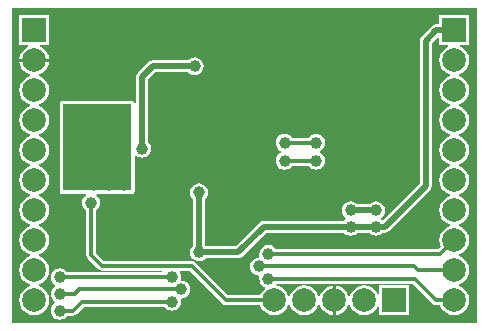
<source format=gbl>
G04 Layer_Physical_Order=2*
G04 Layer_Color=16711680*
%FSLAX44Y44*%
%MOMM*%
G71*
G01*
G75*
%ADD24C,0.3000*%
%ADD25C,0.5000*%
%ADD29R,2.0000X2.0000*%
%ADD30C,2.0000*%
%ADD31R,2.0000X2.0000*%
%ADD32C,1.0000*%
%ADD33R,5.8420X7.3660*%
G36*
X400050Y6350D02*
X6350D01*
Y273050D01*
X400050D01*
Y6350D01*
D02*
G37*
%LPC*%
G36*
X304800Y38048D02*
X301526Y37617D01*
X298476Y36354D01*
X295856Y34344D01*
X293846Y31724D01*
X292787Y29167D01*
X291413D01*
X290354Y31724D01*
X288344Y34344D01*
X285724Y36354D01*
X282674Y37617D01*
X280670Y37881D01*
Y25400D01*
Y12919D01*
X282674Y13183D01*
X285724Y14446D01*
X288344Y16456D01*
X290354Y19076D01*
X291413Y21633D01*
X292787D01*
X293846Y19076D01*
X295856Y16456D01*
X298476Y14446D01*
X301526Y13183D01*
X304800Y12752D01*
X308074Y13183D01*
X311124Y14446D01*
X313744Y16456D01*
X315754Y19076D01*
X316390Y20612D01*
X317660Y20359D01*
Y12860D01*
X342740D01*
Y37940D01*
X317660D01*
Y30440D01*
X316390Y30188D01*
X315754Y31724D01*
X313744Y34344D01*
X311124Y36354D01*
X308074Y37617D01*
X304800Y38048D01*
D02*
G37*
G36*
X37881Y227330D02*
X12919D01*
X13183Y225326D01*
X14446Y222276D01*
X16456Y219656D01*
X19076Y217646D01*
X21633Y216587D01*
Y215213D01*
X19076Y214154D01*
X16456Y212144D01*
X14446Y209524D01*
X13183Y206474D01*
X12752Y203200D01*
X13183Y199926D01*
X14446Y196876D01*
X16456Y194256D01*
X19076Y192246D01*
X21633Y191187D01*
Y189813D01*
X19076Y188754D01*
X16456Y186744D01*
X14446Y184124D01*
X13183Y181074D01*
X12752Y177800D01*
X13183Y174526D01*
X14446Y171476D01*
X16456Y168856D01*
X19076Y166846D01*
X21633Y165787D01*
Y164413D01*
X19076Y163354D01*
X16456Y161344D01*
X14446Y158724D01*
X13183Y155674D01*
X12752Y152400D01*
X13183Y149126D01*
X14446Y146076D01*
X16456Y143456D01*
X19076Y141446D01*
X21633Y140387D01*
Y139013D01*
X19076Y137954D01*
X16456Y135944D01*
X14446Y133324D01*
X13183Y130274D01*
X12752Y127000D01*
X13183Y123726D01*
X14446Y120676D01*
X16456Y118056D01*
X19076Y116046D01*
X21633Y114987D01*
Y113613D01*
X19076Y112554D01*
X16456Y110544D01*
X14446Y107924D01*
X13183Y104874D01*
X12752Y101600D01*
X13183Y98326D01*
X14446Y95276D01*
X16456Y92656D01*
X19076Y90646D01*
X21633Y89587D01*
Y88213D01*
X19076Y87154D01*
X16456Y85144D01*
X14446Y82524D01*
X13183Y79474D01*
X12752Y76200D01*
X13183Y72926D01*
X14446Y69876D01*
X16456Y67256D01*
X19076Y65246D01*
X21633Y64187D01*
Y62813D01*
X19076Y61754D01*
X16456Y59744D01*
X14446Y57124D01*
X13183Y54074D01*
X12752Y50800D01*
X13183Y47526D01*
X14446Y44476D01*
X16456Y41856D01*
X19076Y39846D01*
X21633Y38787D01*
Y37413D01*
X19076Y36354D01*
X16456Y34344D01*
X14446Y31724D01*
X13183Y28674D01*
X12752Y25400D01*
X13183Y22126D01*
X14446Y19076D01*
X16456Y16456D01*
X19076Y14446D01*
X22126Y13183D01*
X25400Y12752D01*
X28674Y13183D01*
X31724Y14446D01*
X34344Y16456D01*
X36354Y19076D01*
X37617Y22126D01*
X38048Y25400D01*
X37617Y28674D01*
X36354Y31724D01*
X34344Y34344D01*
X31724Y36354D01*
X29167Y37413D01*
Y38787D01*
X31724Y39846D01*
X34344Y41856D01*
X36354Y44476D01*
X37617Y47526D01*
X38048Y50800D01*
X37617Y54074D01*
X36354Y57124D01*
X34344Y59744D01*
X31724Y61754D01*
X29167Y62813D01*
Y64187D01*
X31724Y65246D01*
X34344Y67256D01*
X36354Y69876D01*
X37617Y72926D01*
X38048Y76200D01*
X37617Y79474D01*
X36354Y82524D01*
X34344Y85144D01*
X31724Y87154D01*
X29167Y88213D01*
Y89587D01*
X31724Y90646D01*
X34344Y92656D01*
X36354Y95276D01*
X37617Y98326D01*
X38048Y101600D01*
X37617Y104874D01*
X36354Y107924D01*
X34344Y110544D01*
X31724Y112554D01*
X29167Y113613D01*
Y114987D01*
X31724Y116046D01*
X34344Y118056D01*
X36354Y120676D01*
X37617Y123726D01*
X38048Y127000D01*
X37617Y130274D01*
X36354Y133324D01*
X34344Y135944D01*
X31724Y137954D01*
X29167Y139013D01*
Y140387D01*
X31724Y141446D01*
X34344Y143456D01*
X36354Y146076D01*
X37617Y149126D01*
X38048Y152400D01*
X37617Y155674D01*
X36354Y158724D01*
X34344Y161344D01*
X31724Y163354D01*
X29167Y164413D01*
Y165787D01*
X31724Y166846D01*
X34344Y168856D01*
X36354Y171476D01*
X37617Y174526D01*
X38048Y177800D01*
X37617Y181074D01*
X36354Y184124D01*
X34344Y186744D01*
X31724Y188754D01*
X29167Y189813D01*
Y191187D01*
X31724Y192246D01*
X34344Y194256D01*
X36354Y196876D01*
X37617Y199926D01*
X38048Y203200D01*
X37617Y206474D01*
X36354Y209524D01*
X34344Y212144D01*
X31724Y214154D01*
X29167Y215213D01*
Y216587D01*
X31724Y217646D01*
X34344Y219656D01*
X36354Y222276D01*
X37617Y225326D01*
X37881Y227330D01*
D02*
G37*
G36*
X37940Y266540D02*
X12860D01*
Y241460D01*
X20359D01*
X20612Y240190D01*
X19076Y239554D01*
X16456Y237544D01*
X14446Y234924D01*
X13183Y231874D01*
X12919Y229870D01*
X37881D01*
X37617Y231874D01*
X36354Y234924D01*
X34344Y237544D01*
X31724Y239554D01*
X30188Y240190D01*
X30440Y241460D01*
X37940D01*
Y266540D01*
D02*
G37*
G36*
X393540D02*
X368460D01*
Y259139D01*
X365760D01*
X363793Y258748D01*
X362126Y257634D01*
X353236Y248744D01*
X352122Y247076D01*
X351731Y245110D01*
Y124049D01*
X320669Y92986D01*
X320338Y93008D01*
X319250Y93842D01*
X319165Y94046D01*
Y95184D01*
X319250Y95388D01*
X320338Y96222D01*
X321546Y97797D01*
X322306Y99632D01*
X322565Y101600D01*
X322306Y103568D01*
X321546Y105402D01*
X320338Y106978D01*
X318762Y108186D01*
X316928Y108946D01*
X314960Y109205D01*
X312992Y108946D01*
X311157Y108186D01*
X309582Y106978D01*
X309399Y106739D01*
X298931D01*
X298748Y106978D01*
X297173Y108186D01*
X295338Y108946D01*
X293370Y109205D01*
X291402Y108946D01*
X289568Y108186D01*
X287992Y106978D01*
X286784Y105402D01*
X286024Y103568D01*
X285765Y101600D01*
X286024Y99632D01*
X286784Y97797D01*
X287992Y96222D01*
X289080Y95388D01*
X289165Y95184D01*
Y94046D01*
X289080Y93842D01*
X287992Y93008D01*
X287809Y92769D01*
X219710D01*
X217743Y92378D01*
X216076Y91264D01*
X195991Y71179D01*
X170661D01*
X170478Y71418D01*
X170239Y71601D01*
Y111279D01*
X170478Y111462D01*
X171686Y113038D01*
X172446Y114872D01*
X172705Y116840D01*
X172446Y118808D01*
X171686Y120642D01*
X170478Y122218D01*
X168902Y123426D01*
X167068Y124186D01*
X165100Y124445D01*
X163132Y124186D01*
X161297Y123426D01*
X159722Y122218D01*
X158514Y120642D01*
X157754Y118808D01*
X157495Y116840D01*
X157754Y114872D01*
X158514Y113038D01*
X159722Y111462D01*
X159961Y111279D01*
Y71601D01*
X159722Y71418D01*
X158514Y69843D01*
X157754Y68008D01*
X157495Y66040D01*
X157754Y64072D01*
X158514Y62238D01*
X159722Y60662D01*
X161297Y59454D01*
X163132Y58694D01*
X165100Y58435D01*
X167068Y58694D01*
X168902Y59454D01*
X170478Y60662D01*
X170661Y60901D01*
X198120D01*
X200086Y61292D01*
X201754Y62406D01*
X221838Y82491D01*
X287809D01*
X287992Y82252D01*
X289568Y81044D01*
X291402Y80284D01*
X293370Y80025D01*
X295338Y80284D01*
X297173Y81044D01*
X298748Y82252D01*
X298931Y82491D01*
X309399D01*
X309582Y82252D01*
X311157Y81044D01*
X312992Y80284D01*
X314960Y80025D01*
X316928Y80284D01*
X318762Y81044D01*
X320338Y82252D01*
X320521Y82491D01*
X322580D01*
X324547Y82882D01*
X326214Y83996D01*
X360504Y118286D01*
X361618Y119953D01*
X362009Y121920D01*
Y242981D01*
X367190Y248163D01*
X368460Y247637D01*
Y241460D01*
X375960D01*
X376212Y240190D01*
X374676Y239554D01*
X372056Y237544D01*
X370046Y234924D01*
X368783Y231874D01*
X368352Y228600D01*
X368783Y225326D01*
X370046Y222276D01*
X372056Y219656D01*
X374676Y217646D01*
X377233Y216587D01*
Y215213D01*
X374676Y214154D01*
X372056Y212144D01*
X370046Y209524D01*
X368783Y206474D01*
X368352Y203200D01*
X368783Y199926D01*
X370046Y196876D01*
X372056Y194256D01*
X374676Y192246D01*
X377233Y191187D01*
Y189813D01*
X374676Y188754D01*
X372056Y186744D01*
X370046Y184124D01*
X368783Y181074D01*
X368352Y177800D01*
X368783Y174526D01*
X370046Y171476D01*
X372056Y168856D01*
X374676Y166846D01*
X377233Y165787D01*
Y164413D01*
X374676Y163354D01*
X372056Y161344D01*
X370046Y158724D01*
X368783Y155674D01*
X368352Y152400D01*
X368783Y149126D01*
X370046Y146076D01*
X372056Y143456D01*
X374676Y141446D01*
X377233Y140387D01*
Y139013D01*
X374676Y137954D01*
X372056Y135944D01*
X370046Y133324D01*
X368783Y130274D01*
X368352Y127000D01*
X368783Y123726D01*
X370046Y120676D01*
X372056Y118056D01*
X374676Y116046D01*
X377233Y114987D01*
Y113613D01*
X374676Y112554D01*
X372056Y110544D01*
X370046Y107924D01*
X368783Y104874D01*
X368352Y101600D01*
X368783Y98326D01*
X370046Y95276D01*
X372056Y92656D01*
X374676Y90646D01*
X377233Y89587D01*
Y88213D01*
X374676Y87154D01*
X372056Y85144D01*
X370046Y82524D01*
X368783Y79474D01*
X368352Y76200D01*
X368783Y72926D01*
X369696Y70721D01*
X367564Y68589D01*
X229903D01*
X228938Y69848D01*
X227363Y71056D01*
X225528Y71816D01*
X223560Y72075D01*
X221592Y71816D01*
X219757Y71056D01*
X218182Y69848D01*
X216974Y68273D01*
X216214Y66438D01*
X215955Y64470D01*
X216165Y62872D01*
X215906Y62221D01*
X215215Y61594D01*
X213712Y61396D01*
X211877Y60636D01*
X210302Y59428D01*
X209094Y57853D01*
X208334Y56018D01*
X208075Y54050D01*
X208334Y52082D01*
X209094Y50248D01*
X210302Y48672D01*
X211877Y47464D01*
X213712Y46704D01*
X215215Y46506D01*
X215906Y45879D01*
X216165Y45228D01*
X215955Y43630D01*
X216214Y41662D01*
X216974Y39827D01*
X218182Y38252D01*
X219757Y37044D01*
X220622Y36686D01*
X220814Y35232D01*
X219656Y34344D01*
X217646Y31724D01*
X216733Y29519D01*
X189666D01*
X161663Y57523D01*
X160326Y58416D01*
X158750Y58729D01*
X84256D01*
X77779Y65206D01*
Y101607D01*
X79038Y102572D01*
X80246Y104148D01*
X81006Y105982D01*
X81265Y107950D01*
X81006Y109918D01*
X80246Y111753D01*
X79038Y113328D01*
X77835Y114250D01*
X78266Y115520D01*
X107950D01*
X108941Y115717D01*
X109781Y116279D01*
X110343Y117119D01*
X110540Y118110D01*
Y147544D01*
X111810Y148026D01*
X113038Y147084D01*
X114872Y146324D01*
X116840Y146065D01*
X118808Y146324D01*
X120642Y147084D01*
X122218Y148292D01*
X123426Y149867D01*
X124186Y151702D01*
X124445Y153670D01*
X124186Y155638D01*
X123426Y157472D01*
X122218Y159048D01*
X121979Y159231D01*
Y212502D01*
X127858Y218381D01*
X155729D01*
X155912Y218142D01*
X157487Y216934D01*
X159322Y216174D01*
X161290Y215915D01*
X163258Y216174D01*
X165093Y216934D01*
X166668Y218142D01*
X167876Y219718D01*
X168636Y221552D01*
X168895Y223520D01*
X168636Y225488D01*
X167876Y227323D01*
X166668Y228898D01*
X165093Y230106D01*
X163258Y230866D01*
X161290Y231125D01*
X159322Y230866D01*
X157487Y230106D01*
X155912Y228898D01*
X155729Y228659D01*
X125730D01*
X123764Y228268D01*
X122096Y227154D01*
X113206Y218264D01*
X112092Y216597D01*
X111701Y214630D01*
Y192440D01*
X110431Y192315D01*
X110343Y192761D01*
X109781Y193601D01*
X108941Y194163D01*
X107950Y194360D01*
X49530D01*
X48539Y194163D01*
X47699Y193601D01*
X47137Y192761D01*
X46940Y191770D01*
Y118110D01*
X47137Y117119D01*
X47699Y116279D01*
X48539Y115717D01*
X49530Y115520D01*
X69054D01*
X69485Y114250D01*
X68282Y113328D01*
X67074Y111753D01*
X66314Y109918D01*
X66055Y107950D01*
X66314Y105982D01*
X67074Y104148D01*
X68282Y102572D01*
X69541Y101607D01*
Y63500D01*
X69854Y61924D01*
X70747Y60587D01*
X79637Y51697D01*
X80974Y50804D01*
X82550Y50491D01*
X134023D01*
X134729Y49221D01*
X134647Y49089D01*
X53333D01*
X52368Y50348D01*
X50792Y51556D01*
X48958Y52316D01*
X46990Y52575D01*
X45022Y52316D01*
X43187Y51556D01*
X41612Y50348D01*
X40404Y48773D01*
X39644Y46938D01*
X39385Y44970D01*
X39644Y43002D01*
X40404Y41167D01*
X41612Y39592D01*
X42919Y38590D01*
X43036Y38041D01*
Y37669D01*
X42919Y37120D01*
X41612Y36118D01*
X40404Y34543D01*
X39644Y32708D01*
X39385Y30740D01*
X39644Y28772D01*
X40404Y26937D01*
X41612Y25362D01*
X42919Y24360D01*
X43036Y23811D01*
Y23439D01*
X42919Y22890D01*
X41612Y21888D01*
X40404Y20312D01*
X39644Y18478D01*
X39385Y16510D01*
X39644Y14542D01*
X40404Y12708D01*
X41612Y11132D01*
X43187Y9924D01*
X45022Y9164D01*
X46990Y8905D01*
X48958Y9164D01*
X50792Y9924D01*
X52368Y11132D01*
X53333Y12391D01*
X58420D01*
X59996Y12704D01*
X61333Y13597D01*
X67746Y20011D01*
X135897D01*
X136862Y18752D01*
X138438Y17544D01*
X140272Y16784D01*
X142240Y16525D01*
X144208Y16784D01*
X146042Y17544D01*
X147618Y18752D01*
X148826Y20327D01*
X149586Y22162D01*
X149845Y24130D01*
X149635Y25728D01*
X149894Y26379D01*
X150585Y27006D01*
X152088Y27204D01*
X153923Y27964D01*
X155498Y29172D01*
X156706Y30747D01*
X157466Y32582D01*
X157725Y34550D01*
X157466Y36518D01*
X156706Y38352D01*
X155498Y39928D01*
X153923Y41136D01*
X152088Y41896D01*
X150585Y42094D01*
X149894Y42722D01*
X149635Y43372D01*
X149845Y44970D01*
X149586Y46938D01*
X148826Y48773D01*
X148482Y49221D01*
X149108Y50491D01*
X157044D01*
X185047Y22487D01*
X186384Y21594D01*
X187960Y21281D01*
X216733D01*
X217646Y19076D01*
X219656Y16456D01*
X222276Y14446D01*
X225326Y13183D01*
X228600Y12752D01*
X231874Y13183D01*
X234924Y14446D01*
X237544Y16456D01*
X239554Y19076D01*
X240613Y21633D01*
X241987D01*
X243046Y19076D01*
X245056Y16456D01*
X247676Y14446D01*
X250726Y13183D01*
X254000Y12752D01*
X257274Y13183D01*
X260324Y14446D01*
X262944Y16456D01*
X264954Y19076D01*
X266013Y21633D01*
X267387D01*
X268446Y19076D01*
X270456Y16456D01*
X273076Y14446D01*
X276126Y13183D01*
X278130Y12919D01*
Y25400D01*
Y37881D01*
X276126Y37617D01*
X273076Y36354D01*
X270456Y34344D01*
X268446Y31724D01*
X267387Y29167D01*
X266013D01*
X264954Y31724D01*
X262944Y34344D01*
X260324Y36354D01*
X257274Y37617D01*
X254000Y38048D01*
X250726Y37617D01*
X247676Y36354D01*
X245056Y34344D01*
X243046Y31724D01*
X241987Y29167D01*
X240613D01*
X239554Y31724D01*
X237544Y34344D01*
X234924Y36354D01*
X231874Y37617D01*
X231219Y37703D01*
X230601Y39066D01*
X230899Y39511D01*
X345824D01*
X362847Y22487D01*
X364184Y21594D01*
X365760Y21281D01*
X369133D01*
X370046Y19076D01*
X372056Y16456D01*
X374676Y14446D01*
X377726Y13183D01*
X381000Y12752D01*
X384274Y13183D01*
X387324Y14446D01*
X389944Y16456D01*
X391954Y19076D01*
X393217Y22126D01*
X393648Y25400D01*
X393217Y28674D01*
X391954Y31724D01*
X389944Y34344D01*
X387324Y36354D01*
X384767Y37413D01*
Y38787D01*
X387324Y39846D01*
X389944Y41856D01*
X391954Y44476D01*
X393217Y47526D01*
X393648Y50800D01*
X393217Y54074D01*
X391954Y57124D01*
X389944Y59744D01*
X387324Y61754D01*
X384767Y62813D01*
Y64187D01*
X387324Y65246D01*
X389944Y67256D01*
X391954Y69876D01*
X393217Y72926D01*
X393648Y76200D01*
X393217Y79474D01*
X391954Y82524D01*
X389944Y85144D01*
X387324Y87154D01*
X384767Y88213D01*
Y89587D01*
X387324Y90646D01*
X389944Y92656D01*
X391954Y95276D01*
X393217Y98326D01*
X393648Y101600D01*
X393217Y104874D01*
X391954Y107924D01*
X389944Y110544D01*
X387324Y112554D01*
X384767Y113613D01*
Y114987D01*
X387324Y116046D01*
X389944Y118056D01*
X391954Y120676D01*
X393217Y123726D01*
X393648Y127000D01*
X393217Y130274D01*
X391954Y133324D01*
X389944Y135944D01*
X387324Y137954D01*
X384767Y139013D01*
Y140387D01*
X387324Y141446D01*
X389944Y143456D01*
X391954Y146076D01*
X393217Y149126D01*
X393648Y152400D01*
X393217Y155674D01*
X391954Y158724D01*
X389944Y161344D01*
X387324Y163354D01*
X384767Y164413D01*
Y165787D01*
X387324Y166846D01*
X389944Y168856D01*
X391954Y171476D01*
X393217Y174526D01*
X393648Y177800D01*
X393217Y181074D01*
X391954Y184124D01*
X389944Y186744D01*
X387324Y188754D01*
X384767Y189813D01*
Y191187D01*
X387324Y192246D01*
X389944Y194256D01*
X391954Y196876D01*
X393217Y199926D01*
X393648Y203200D01*
X393217Y206474D01*
X391954Y209524D01*
X389944Y212144D01*
X387324Y214154D01*
X384767Y215213D01*
Y216587D01*
X387324Y217646D01*
X389944Y219656D01*
X391954Y222276D01*
X393217Y225326D01*
X393648Y228600D01*
X393217Y231874D01*
X391954Y234924D01*
X389944Y237544D01*
X387324Y239554D01*
X385788Y240190D01*
X386040Y241460D01*
X393540D01*
Y266540D01*
D02*
G37*
G36*
X264160Y166355D02*
X262192Y166096D01*
X260357Y165336D01*
X258782Y164128D01*
X257817Y162869D01*
X243833D01*
X242868Y164128D01*
X241292Y165336D01*
X239458Y166096D01*
X237490Y166355D01*
X235522Y166096D01*
X233687Y165336D01*
X232112Y164128D01*
X230904Y162553D01*
X230144Y160718D01*
X229885Y158750D01*
X230144Y156782D01*
X230904Y154948D01*
X232112Y153372D01*
X233687Y152164D01*
X234524Y151817D01*
Y150443D01*
X233687Y150096D01*
X232112Y148888D01*
X230904Y147312D01*
X230144Y145478D01*
X229885Y143510D01*
X230144Y141542D01*
X230904Y139707D01*
X232112Y138132D01*
X233687Y136924D01*
X235522Y136164D01*
X237490Y135905D01*
X239458Y136164D01*
X241292Y136924D01*
X242868Y138132D01*
X243833Y139391D01*
X257817D01*
X258782Y138132D01*
X260357Y136924D01*
X262192Y136164D01*
X264160Y135905D01*
X266128Y136164D01*
X267962Y136924D01*
X269538Y138132D01*
X270746Y139707D01*
X271506Y141542D01*
X271765Y143510D01*
X271506Y145478D01*
X270746Y147312D01*
X269538Y148888D01*
X267962Y150096D01*
X267126Y150443D01*
Y151817D01*
X267962Y152164D01*
X269538Y153372D01*
X270746Y154948D01*
X271506Y156782D01*
X271765Y158750D01*
X271506Y160718D01*
X270746Y162553D01*
X269538Y164128D01*
X267962Y165336D01*
X266128Y166096D01*
X264160Y166355D01*
D02*
G37*
%LPD*%
D24*
X369270Y64470D02*
X381000Y76200D01*
X223560Y64470D02*
X369270D01*
X365760Y25400D02*
X381000D01*
X347530Y43630D02*
X365760Y25400D01*
X223560Y43630D02*
X347530D01*
X350520Y50800D02*
X381000D01*
X347270Y54050D02*
X350520Y50800D01*
X215680Y54050D02*
X347270D01*
X187960Y25400D02*
X228600D01*
X158750Y54610D02*
X187960Y25400D01*
X82550Y54610D02*
X158750D01*
X73660Y63500D02*
X82550Y54610D01*
X73660Y63500D02*
Y107950D01*
X237490Y143510D02*
X264160D01*
X237490Y158750D02*
X264160D01*
X46990Y16510D02*
X58420D01*
X66040Y24130D01*
X46990Y30740D02*
X59950D01*
X63760Y34550D01*
X150120D01*
X46990Y44970D02*
X142240D01*
X66040Y24130D02*
X142240D01*
D25*
X219710Y87630D02*
X293370D01*
X198120Y66040D02*
X219710Y87630D01*
X165100Y66040D02*
X198120D01*
X165100D02*
Y116840D01*
X125730Y223520D02*
X161290D01*
X116840Y214630D02*
X125730Y223520D01*
X116840Y153670D02*
Y214630D01*
X293370Y87630D02*
X314960D01*
X293370Y101600D02*
X314960D01*
Y87630D02*
X322580D01*
X365760Y254000D02*
X381000D01*
X322580Y87630D02*
X356870Y121920D01*
Y245110D01*
X365760Y254000D01*
D29*
X330200Y25400D02*
D03*
D30*
X304800D02*
D03*
X279400D02*
D03*
X254000D02*
D03*
X228600D02*
D03*
X381000D02*
D03*
Y50800D02*
D03*
Y76200D02*
D03*
Y101600D02*
D03*
Y127000D02*
D03*
Y228600D02*
D03*
Y203200D02*
D03*
Y177800D02*
D03*
Y152400D02*
D03*
X25400Y25400D02*
D03*
Y50800D02*
D03*
Y76200D02*
D03*
Y101600D02*
D03*
Y127000D02*
D03*
Y228600D02*
D03*
Y203200D02*
D03*
Y177800D02*
D03*
Y152400D02*
D03*
D31*
X381000Y254000D02*
D03*
X25400D02*
D03*
D32*
X156930Y239000D02*
D03*
X76200Y123190D02*
D03*
X88900D02*
D03*
X101600D02*
D03*
Y184150D02*
D03*
X88900D02*
D03*
X76200D02*
D03*
X64220Y220850D02*
D03*
X147090Y117250D02*
D03*
X250700Y201210D02*
D03*
X87920Y203490D02*
D03*
X165100Y116840D02*
D03*
X223520Y135890D02*
D03*
X165100Y66040D02*
D03*
X215680Y54050D02*
D03*
X223560Y43630D02*
D03*
Y64470D02*
D03*
X161290Y223520D02*
D03*
X116840Y153670D02*
D03*
X73660Y107950D02*
D03*
X264160Y143510D02*
D03*
X237490D02*
D03*
X264160Y158750D02*
D03*
X237490D02*
D03*
X46990Y30740D02*
D03*
Y44970D02*
D03*
Y16510D02*
D03*
X142240Y24130D02*
D03*
X183810Y11090D02*
D03*
X314960Y87630D02*
D03*
X293370D02*
D03*
Y101600D02*
D03*
X314960D02*
D03*
X142240Y44970D02*
D03*
X150120Y34550D02*
D03*
X301170Y194490D02*
D03*
X330200Y139700D02*
D03*
D33*
X78740Y154940D02*
D03*
M02*

</source>
